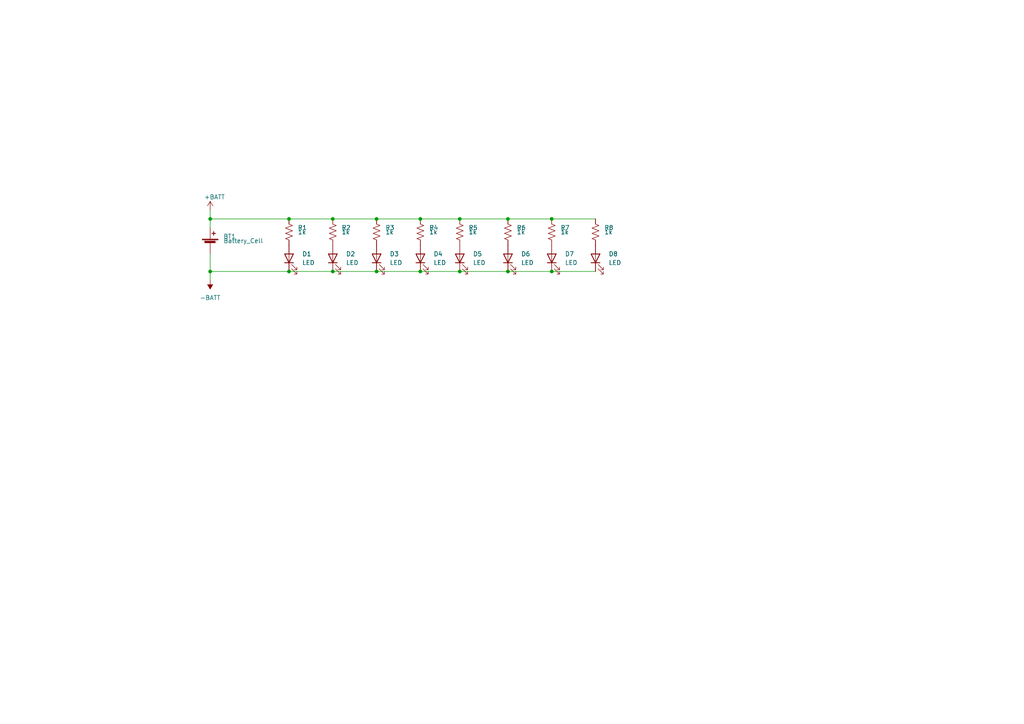
<source format=kicad_sch>
(kicad_sch (version 20201015) (generator eeschema)
  (page 1 1)
  (paper "A4")
  (lib_symbols
    (symbol "Device:Battery_Cell" (pin_numbers hide) (pin_names (offset 0) hide)
      (property "Reference" "BT" (at 2.54 2.54 0))
      (property "Value" "Battery_Cell" (at 2.54 0 0))
      (symbol "Battery_Cell_0_1"
        (rectangle (start -2.286 1.778) (end 2.286 1.524) (fill (type outline)))
        (rectangle (start -1.5748 1.1938) (end 1.4732 0.6858) (fill (type outline)))
        (polyline (pts (xy 0 0.762) (xy 0 0)))
        (polyline (pts (xy 0 1.778) (xy 0 2.54)))
        (polyline (pts (xy 0.508 3.429) (xy 1.524 3.429)) (stroke (width 0.254)))
        (polyline (pts (xy 1.016 3.937) (xy 1.016 2.921)) (stroke (width 0.254)))
      )
      (symbol "Battery_Cell_1_1"
        (pin passive line (at 0 5.08 270) (length 2.54) (name "+") (number "1"))
        (pin passive line (at 0 -2.54 90) (length 2.54) (name "-") (number "2"))
      )
    )
    (symbol "Device:LED" (pin_numbers hide) (pin_names (offset 1.016) hide)
      (property "Reference" "D" (at 0 2.54 0))
      (property "Value" "LED" (at 0 -2.54 0))
      (symbol "LED_0_1"
        (polyline (pts (xy -1.27 -1.27) (xy -1.27 1.27)) (stroke (width 0.254)))
        (polyline (pts (xy -1.27 0) (xy 1.27 0)))
        (polyline (pts (xy 1.27 -1.27) (xy 1.27 1.27) (xy -1.27 0) (xy 1.27 -1.27)) (stroke (width 0.254)))
        (polyline (pts (xy -3.048 -0.762) (xy -4.572 -2.286) (xy -3.81 -2.286) (xy -4.572 -2.286) (xy -4.572 -1.524)))
        (polyline (pts (xy -1.778 -0.762) (xy -3.302 -2.286) (xy -2.54 -2.286) (xy -3.302 -2.286) (xy -3.302 -1.524)))
      )
      (symbol "LED_1_1"
        (pin passive line (at -3.81 0 0) (length 2.54) (name "K") (number "1"))
        (pin passive line (at 3.81 0 180) (length 2.54) (name "A") (number "2"))
      )
    )
    (symbol "Device:R_US" (pin_numbers hide) (pin_names (offset 0))
      (property "Reference" "R" (at 2.54 0 90))
      (property "Value" "R_US" (at -2.54 0 90))
      (symbol "R_US_0_1"
        (polyline (pts (xy 0 -2.286) (xy 0 -2.54)))
        (polyline (pts (xy 0 2.286) (xy 0 2.54)))
        (polyline (pts (xy 0 -0.762) (xy 1.016 -1.143) (xy 0 -1.524) (xy -1.016 -1.905) (xy 0 -2.286)))
        (polyline (pts (xy 0 0.762) (xy 1.016 0.381) (xy 0 0) (xy -1.016 -0.381) (xy 0 -0.762)))
        (polyline (pts (xy 0 2.286) (xy 1.016 1.905) (xy 0 1.524) (xy -1.016 1.143) (xy 0 0.762)))
      )
      (symbol "R_US_1_1"
        (pin passive line (at 0 3.81 270) (length 1.27) (name "~") (number "1"))
        (pin passive line (at 0 -3.81 90) (length 1.27) (name "~") (number "2"))
      )
    )
    (symbol "power:+BATT" (power) (pin_names (offset 0))
      (property "Value" "+BATT" (at 0 3.556 0))
      (symbol "+BATT_0_1"
        (polyline (pts (xy -0.762 1.27) (xy 0 2.54)))
        (polyline (pts (xy 0 0) (xy 0 2.54)))
        (polyline (pts (xy 0 2.54) (xy 0.762 1.27)))
      )
      (symbol "+BATT_1_1"
        (pin power_in line (at 0 0 90) (length 0) hide (name "+BATT") (number "1"))
      )
    )
    (symbol "power:-BATT" (power) (pin_names (offset 0))
      (property "Value" "-BATT" (at 0 3.556 0))
      (symbol "-BATT_0_1"
        (polyline (pts (xy 0 0) (xy 0 2.54)))
        (polyline (pts (xy 0.762 1.27) (xy -0.762 1.27) (xy 0 2.54) (xy 0.762 1.27)) (fill (type outline)))
      )
      (symbol "-BATT_1_1"
        (pin power_in line (at 0 0 90) (length 0) hide (name "-BATT") (number "1"))
      )
    )
  )
  (junction (at 60.96 63.5) (diameter 0.9144))
  (junction (at 60.96 78.74) (diameter 0.9144))
  (junction (at 83.82 63.5) (diameter 0.9144))
  (junction (at 83.82 78.74) (diameter 0.9144))
  (junction (at 96.52 63.5) (diameter 0.9144))
  (junction (at 96.52 78.74) (diameter 0.9144))
  (junction (at 109.22 63.5) (diameter 0.9144))
  (junction (at 109.22 78.74) (diameter 0.9144))
  (junction (at 121.92 63.5) (diameter 0.9144))
  (junction (at 121.92 78.74) (diameter 0.9144))
  (junction (at 133.35 63.5) (diameter 0.9144))
  (junction (at 133.35 78.74) (diameter 0.9144))
  (junction (at 147.32 63.5) (diameter 0.9144))
  (junction (at 147.32 78.74) (diameter 0.9144))
  (junction (at 160.02 63.5) (diameter 0.9144))
  (junction (at 160.02 78.74) (diameter 0.9144))
  (wire (pts (xy 60.96 60.96) (xy 60.96 63.5)))
  (wire (pts (xy 60.96 63.5) (xy 60.96 66.04)))
  (wire (pts (xy 60.96 63.5) (xy 83.82 63.5)))
  (wire (pts (xy 60.96 73.66) (xy 60.96 78.74)))
  (wire (pts (xy 60.96 78.74) (xy 60.96 81.28)))
  (wire (pts (xy 60.96 78.74) (xy 83.82 78.74)))
  (wire (pts (xy 83.82 63.5) (xy 96.52 63.5)))
  (wire (pts (xy 83.82 78.74) (xy 96.52 78.74)))
  (wire (pts (xy 96.52 63.5) (xy 109.22 63.5)))
  (wire (pts (xy 96.52 78.74) (xy 109.22 78.74)))
  (wire (pts (xy 109.22 63.5) (xy 121.92 63.5)))
  (wire (pts (xy 109.22 78.74) (xy 121.92 78.74)))
  (wire (pts (xy 121.92 63.5) (xy 133.35 63.5)))
  (wire (pts (xy 121.92 78.74) (xy 133.35 78.74)))
  (wire (pts (xy 133.35 63.5) (xy 147.32 63.5)))
  (wire (pts (xy 133.35 78.74) (xy 147.32 78.74)))
  (wire (pts (xy 147.32 63.5) (xy 160.02 63.5)))
  (wire (pts (xy 147.32 78.74) (xy 160.02 78.74)))
  (wire (pts (xy 160.02 63.5) (xy 172.72 63.5)))
  (wire (pts (xy 160.02 78.74) (xy 172.72 78.74)))
  (symbol (lib_id "power:+BATT") (at 60.96 60.96 0) (unit 1)
    (property "Reference" "#PWR0101" (effects hide))
    (property "Value" "+BATT" (at 62.23 57.15 0))
  )
  (symbol (lib_id "power:-BATT") (at 60.96 81.28 180) (unit 1)
    (property "Reference" "#PWR0102" (effects hide))
    (property "Value" "-BATT" (at 60.96 86.36 0))
  )
  (symbol (lib_id "Device:R_US") (at 83.82 67.31 0) (unit 1)
    (property "Reference" "R1" (at 86.36 66.04 0) (effects (justify left)))
    (property "Value" "1k" (at 86.36 67.31 0) (effects (justify left)))
    (property "Footprint" "Resistor_SMD:R_0603_1608Metric_Pad0.98x0.95mm_HandSolder" (effects hide))
  )
  (symbol (lib_id "Device:R_US") (at 96.52 67.31 0) (unit 1)
    (property "Reference" "R2" (at 99.06 66.04 0) (effects (justify left)))
    (property "Value" "1k" (at 99.06 67.31 0) (effects (justify left)))
    (property "Footprint" "Resistor_SMD:R_0603_1608Metric_Pad0.98x0.95mm_HandSolder" (effects hide))
  )
  (symbol (lib_id "Device:R_US") (at 109.22 67.31 0) (unit 1)
    (property "Reference" "R3" (at 111.76 66.04 0) (effects (justify left)))
    (property "Value" "1k" (at 111.76 67.31 0) (effects (justify left)))
    (property "Footprint" "Resistor_SMD:R_0603_1608Metric_Pad0.98x0.95mm_HandSolder" (effects hide))
  )
  (symbol (lib_id "Device:R_US") (at 121.92 67.31 0) (unit 1)
    (property "Reference" "R4" (at 124.46 66.04 0) (effects (justify left)))
    (property "Value" "1k" (at 124.46 67.31 0) (effects (justify left)))
    (property "Footprint" "Resistor_SMD:R_0603_1608Metric_Pad0.98x0.95mm_HandSolder" (effects hide))
  )
  (symbol (lib_id "Device:R_US") (at 133.35 67.31 0) (unit 1)
    (property "Reference" "R5" (at 135.89 66.04 0) (effects (justify left)))
    (property "Value" "1k" (at 135.89 67.31 0) (effects (justify left)))
    (property "Footprint" "Resistor_SMD:R_0603_1608Metric_Pad0.98x0.95mm_HandSolder" (effects hide))
  )
  (symbol (lib_id "Device:R_US") (at 147.32 67.31 0) (unit 1)
    (property "Reference" "R6" (at 149.86 66.04 0) (effects (justify left)))
    (property "Value" "1k" (at 149.86 67.31 0) (effects (justify left)))
    (property "Footprint" "Resistor_SMD:R_0603_1608Metric_Pad0.98x0.95mm_HandSolder" (effects hide))
  )
  (symbol (lib_id "Device:R_US") (at 160.02 67.31 0) (unit 1)
    (property "Reference" "R7" (at 162.56 66.04 0) (effects (justify left)))
    (property "Value" "1k" (at 162.56 67.31 0) (effects (justify left)))
    (property "Footprint" "Resistor_SMD:R_0603_1608Metric_Pad0.98x0.95mm_HandSolder" (effects hide))
  )
  (symbol (lib_id "Device:R_US") (at 172.72 67.31 0) (unit 1)
    (property "Reference" "R8" (at 175.26 66.04 0) (effects (justify left)))
    (property "Value" "1k" (at 175.26 67.31 0) (effects (justify left)))
    (property "Footprint" "Resistor_SMD:R_0603_1608Metric_Pad0.98x0.95mm_HandSolder" (effects hide))
  )
  (symbol (lib_id "Device:LED") (at 83.82 74.93 90) (unit 1)
    (property "Reference" "D1" (at 87.63 73.66 90) (effects (justify right)))
    (property "Value" "LED" (at 87.63 76.2 90) (effects (justify right)))
    (property "Footprint" "LED_SMD:LED_0603_1608Metric_Pad1.05x0.95mm_HandSolder" (effects hide))
    (property "Datasheet" "https://www.we-online.de/katalog/datasheet/150060RS75000.pdf" (effects hide))
    (property "DigiKeyPN" "732-4978-1-ND" (effects hide))
    (property "MFPN" "150060RS75000" (effects hide))
    (property "Manufacturer" "Würth Elektronik" (effects hide))
  )
  (symbol (lib_id "Device:LED") (at 96.52 74.93 90) (unit 1)
    (property "Reference" "D2" (at 100.33 73.66 90) (effects (justify right)))
    (property "Value" "LED" (at 100.33 76.2 90) (effects (justify right)))
    (property "Footprint" "LED_SMD:LED_0603_1608Metric_Pad1.05x0.95mm_HandSolder" (effects hide))
    (property "Datasheet" "https://www.we-online.de/katalog/datasheet/150060RS75000.pdf" (effects hide))
    (property "DigiKeyPN" "732-4978-1-ND" (effects hide))
    (property "MFPN" "150060RS75000" (effects hide))
  )
  (symbol (lib_id "Device:LED") (at 109.22 74.93 90) (unit 1)
    (property "Reference" "D3" (at 113.03 73.66 90) (effects (justify right)))
    (property "Value" "LED" (at 113.03 76.2 90) (effects (justify right)))
    (property "Footprint" "LED_SMD:LED_0603_1608Metric_Pad1.05x0.95mm_HandSolder" (effects hide))
    (property "Datasheet" "https://www.we-online.de/katalog/datasheet/150060RS75000.pdf" (effects hide))
    (property "DigiKeyPN" "732-4978-1-ND" (effects hide))
    (property "MFPN" "150060RS75000" (effects hide))
  )
  (symbol (lib_id "Device:LED") (at 121.92 74.93 90) (unit 1)
    (property "Reference" "D4" (at 125.73 73.66 90) (effects (justify right)))
    (property "Value" "LED" (at 125.73 76.2 90) (effects (justify right)))
    (property "Footprint" "LED_SMD:LED_0603_1608Metric_Pad1.05x0.95mm_HandSolder" (effects hide))
    (property "Datasheet" "https://www.we-online.de/katalog/datasheet/150060RS75000.pdf" (effects hide))
    (property "DigiKeyPN" "732-4978-1-ND" (effects hide))
    (property "MFPN" "150060RS75000" (effects hide))
  )
  (symbol (lib_id "Device:LED") (at 133.35 74.93 90) (unit 1)
    (property "Reference" "D5" (at 137.16 73.66 90) (effects (justify right)))
    (property "Value" "LED" (at 137.16 76.2 90) (effects (justify right)))
    (property "Footprint" "LED_SMD:LED_0603_1608Metric_Pad1.05x0.95mm_HandSolder" (effects hide))
    (property "Datasheet" "https://www.we-online.de/katalog/datasheet/150060RS75000.pdf" (effects hide))
    (property "DigiKeyPN" "732-4978-1-ND" (effects hide))
    (property "MFPN" "150060RS75000" (effects hide))
  )
  (symbol (lib_id "Device:LED") (at 147.32 74.93 90) (unit 1)
    (property "Reference" "D6" (at 151.13 73.66 90) (effects (justify right)))
    (property "Value" "LED" (at 151.13 76.2 90) (effects (justify right)))
    (property "Footprint" "LED_SMD:LED_0603_1608Metric_Pad1.05x0.95mm_HandSolder" (effects hide))
    (property "Datasheet" "https://www.we-online.de/katalog/datasheet/150060RS75000.pdf" (effects hide))
    (property "DigiKeyPN" "732-4978-1-ND" (effects hide))
    (property "MFPN" "150060RS75000" (effects hide))
  )
  (symbol (lib_id "Device:LED") (at 160.02 74.93 90) (unit 1)
    (property "Reference" "D7" (at 163.83 73.66 90) (effects (justify right)))
    (property "Value" "LED" (at 163.83 76.2 90) (effects (justify right)))
    (property "Footprint" "LED_SMD:LED_0603_1608Metric_Pad1.05x0.95mm_HandSolder" (effects hide))
    (property "Datasheet" "https://www.we-online.de/katalog/datasheet/150060RS75000.pdf" (effects hide))
    (property "DigiKeyPN" "732-4978-1-ND" (effects hide))
    (property "MFPN" "150060RS75000" (effects hide))
  )
  (symbol (lib_id "Device:LED") (at 172.72 74.93 90) (unit 1)
    (property "Reference" "D8" (at 176.53 73.66 90) (effects (justify right)))
    (property "Value" "LED" (at 176.53 76.2 90) (effects (justify right)))
    (property "Footprint" "LED_SMD:LED_0603_1608Metric_Pad1.05x0.95mm_HandSolder" (effects hide))
    (property "Datasheet" "https://www.we-online.de/katalog/datasheet/150060RS75000.pdf" (effects hide))
    (property "DigiKeyPN" "732-4978-1-ND" (effects hide))
    (property "MFPN" "150060RS75000" (effects hide))
  )
  (symbol (lib_id "Device:Battery_Cell") (at 60.96 71.12 0) (unit 1)
    (property "Reference" "BT1" (at 64.77 68.58 0) (effects (justify left)))
    (property "Value" "Battery_Cell" (at 64.77 69.85 0) (effects (justify left)))
    (property "Footprint" "Battery:BatteryHolder_Keystone_3002_1x2032" (effects hide))
    (property "MFPN" "3002" (effects hide))
    (property "DigiKeyPN" "36-3002-ND" (effects hide))
    (property "Manufacturer" "Keystone Electronics" (effects hide))
  )
)
</source>
